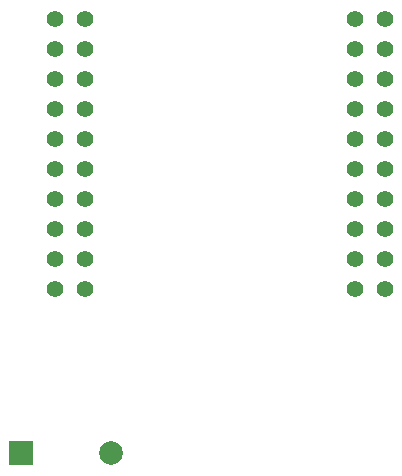
<source format=gbs>
%TF.GenerationSoftware,KiCad,Pcbnew,(5.1.9-0-10_14)*%
%TF.CreationDate,2021-02-20T18:52:58-05:00*%
%TF.ProjectId,beep_prototype,62656570-5f70-4726-9f74-6f747970652e,rev?*%
%TF.SameCoordinates,Original*%
%TF.FileFunction,Soldermask,Bot*%
%TF.FilePolarity,Negative*%
%FSLAX46Y46*%
G04 Gerber Fmt 4.6, Leading zero omitted, Abs format (unit mm)*
G04 Created by KiCad (PCBNEW (5.1.9-0-10_14)) date 2021-02-20 18:52:58*
%MOMM*%
%LPD*%
G01*
G04 APERTURE LIST*
%ADD10C,1.400000*%
%ADD11C,2.000000*%
%ADD12R,2.000000X2.000000*%
G04 APERTURE END LIST*
D10*
%TO.C,ESP32 DI Mini*%
X132355000Y-85225000D03*
X129815000Y-85225000D03*
X129815000Y-87765000D03*
X132355000Y-87765000D03*
X129815000Y-90305000D03*
X132355000Y-90305000D03*
X129815000Y-92845000D03*
X132355000Y-92845000D03*
X129815000Y-95385000D03*
X132355000Y-95385000D03*
X129815000Y-97925000D03*
X132355000Y-97925000D03*
X129815000Y-100465000D03*
X132355000Y-100465000D03*
X129815000Y-103005000D03*
X132355000Y-103005000D03*
X129815000Y-105545000D03*
X132355000Y-105545000D03*
X129815000Y-108085000D03*
X132355000Y-108085000D03*
X155215000Y-85225000D03*
X157755000Y-85225000D03*
X155215000Y-87765000D03*
X157755000Y-87765000D03*
X155215000Y-90305000D03*
X157755000Y-90305000D03*
X155215000Y-92845000D03*
X157755000Y-92845000D03*
X155215000Y-95385000D03*
X157755000Y-95385000D03*
X155215000Y-97925000D03*
X157755000Y-97925000D03*
X155215000Y-100465000D03*
X157755000Y-100465000D03*
X155215000Y-103005000D03*
X157755000Y-103005000D03*
X155215000Y-105545000D03*
X157755000Y-105545000D03*
X155215000Y-108085000D03*
X157755000Y-108085000D03*
%TD*%
D11*
%TO.C,BZ1*%
X134600000Y-121920000D03*
D12*
X127000000Y-121920000D03*
%TD*%
M02*

</source>
